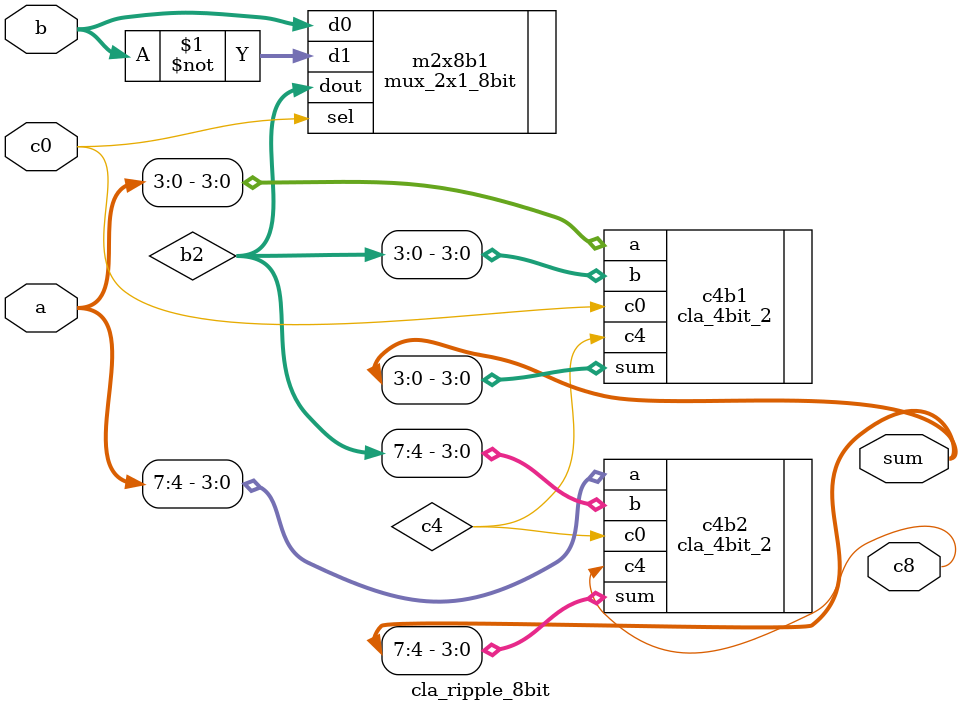
<source format=v>
/*
module cla_ripple_12bit(sum,c12,a,b,c0);
	output [11:0] sum;
	output c12;
	input [11:0] a,b;
	input c0;
	wire c4;
	wire c8;
	wire [11:0] b2;
	mux_2x1 m2x1(.dout(b2),.d0(b),.d1((~b)),.sel(c0));
	cla_4bit c4b1(.sum(sum[3:0]),.c4(c4),.a(a[3:0]),.b(b2[3:0]),.c0(c0));
	cla_4bit c4b2(.sum(sum[7:4]),.c4(c8),.a(a[7:4]),.b(b2[7:4]),.c0(c4));
	cla_4bit c4b3(.sum(sum[11:8]),.c4(c12),.a(a[11:8]),.b(b2[11:8]),.c0(c8));
endmodule
*/

module cla_ripple_8bit(sum,c8,a,b,c0);
	output [7:0] sum;
	output c8;
	input [7:0] a,b;
	input c0;
	wire c4;
	wire [7:0] b2;
	mux_2x1_8bit m2x8b1(.dout(b2),.d0(b),.d1((~b)),.sel(c0));
	cla_4bit_2 c4b1(.sum(sum[3:0]),.c4(c4),.a(a[3:0]),.b(b2[3:0]),.c0(c0));
	cla_4bit_2 c4b2(.sum(sum[7:4]),.c4(c8),.a(a[7:4]),.b(b2[7:4]),.c0(c4));
endmodule



/*
module tb_cla_ripple_8bit();
	reg [7:0] a,b;
	reg c0;
	wire [7:0] d;
	wire cout;
	cla_ripple_8bit uut(.sum(d),.c8(cout),.a(a),.b(b),.c0(c0));
	
	initial
	begin
	#00 a=8'd10; b=8'd10; c0 = 1'b0; //10-2
	#20 a=8'd30; b=8'd20; c0 = 1'b1;
	#20 a=8'd150; b=8'd130; c0 = 1'b1; //3-5
	#20 a=8'd255; b=8'd255; c0 = 1'b1;
	#20 $stop;
	end
	
	initial
	begin
	$monitor("time=%3d, a=%8d, b=%8d, co=%b, d=%8d, cout=%1b",$time,a,b,c0,d,cout);
	end
		
	initial
	begin
	$dumpfile("cla.vcd");
	$dumpvars;
	end
	
endmodule
*/

/*
module tb_cla_4bit();
	reg [3:0] a,b;
	reg c0;
	wire [3:0] d;
	wire cout;
	cla_4bit uut(.sum(d),.c4(cout),.a(a),.b(b),.c0(c0));
	
	initial
	begin
	#00 a=4'd10; b=4'b1101; c0 = 1'b1; //10-2
	#20 a=4'd10; b=4'b0101; c0 = 1'b1;
	#20 a=4'd3; b=4'b1010; c0 = 1'b1; //3-5
	#20 a=4'd15; b=4'd0; c0 = 1'b1;
	#20 $stop;
	end
	
	initial
	begin
	$monitor("time=%3d, a=%4d, b=%4d, co=%b, d=%4d, cout=%1b",$time,a,b,c0,d,cout);
	end
		
	initial
	begin
	$dumpfile("cla.vcd");
	$dumpvars;
	end
	
endmodule
*/
</source>
